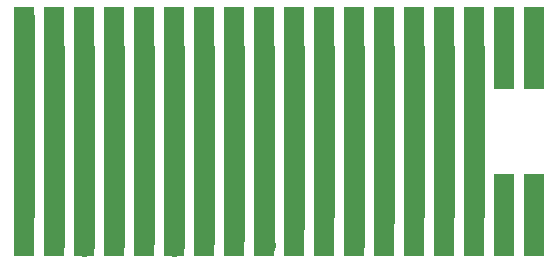
<source format=gbr>
G04 EAGLE Gerber RS-274X export*
G75*
%MOMM*%
%FSLAX34Y34*%
%LPD*%
%INTop Copper*%
%IPPOS*%
%AMOC8*
5,1,8,0,0,1.08239X$1,22.5*%
G01*
%ADD10R,1.778000X6.985000*%
%ADD11C,1.778000*%


D10*
X455930Y176530D03*
X430530Y176530D03*
X405130Y176530D03*
X379730Y176530D03*
X354330Y176530D03*
X328930Y176530D03*
X303530Y176530D03*
X278130Y176530D03*
X252730Y176530D03*
X227330Y176530D03*
X201930Y176530D03*
X176530Y176530D03*
X151130Y176530D03*
X125730Y176530D03*
X100330Y176530D03*
X74930Y176530D03*
X49530Y176530D03*
X24130Y176530D03*
X24130Y35560D03*
X49530Y35560D03*
X74930Y35560D03*
X100330Y35560D03*
X125730Y35560D03*
X151130Y35560D03*
X176530Y35560D03*
X201930Y35560D03*
X227330Y35560D03*
X252730Y35560D03*
X278130Y35560D03*
X303530Y35560D03*
X328930Y35560D03*
X354330Y35560D03*
X379730Y35560D03*
X405130Y35560D03*
X430530Y35560D03*
X455930Y35560D03*
D11*
X24130Y35560D02*
X24130Y203200D01*
X49530Y35560D02*
X49530Y10160D01*
X49530Y35560D02*
X49530Y176530D01*
X74930Y176530D02*
X74930Y35560D01*
X74930Y26670D02*
X74930Y8890D01*
X74930Y26670D02*
X74930Y35560D01*
X100330Y35560D02*
X100330Y176530D01*
X100330Y26670D02*
X100330Y10160D01*
X100330Y26670D02*
X100330Y35560D01*
X125730Y35560D02*
X125730Y176530D01*
X125730Y27940D02*
X125730Y12700D01*
X125730Y27940D02*
X125730Y35560D01*
X151130Y35560D02*
X151130Y176530D01*
X151130Y29210D02*
X151130Y8890D01*
X151130Y29210D02*
X151130Y35560D01*
X176530Y12700D02*
X176530Y176530D01*
X201930Y176530D02*
X201930Y15240D01*
X227330Y41910D02*
X227330Y176530D01*
X227330Y35560D02*
X227330Y11430D01*
X228600Y10160D01*
X227330Y35560D02*
X227330Y41910D01*
X252730Y48260D02*
X252730Y176530D01*
X252730Y35560D02*
X252730Y25400D01*
X252730Y35560D02*
X252730Y48260D01*
X278130Y35560D02*
X278130Y176530D01*
X303530Y176530D02*
X303530Y38100D01*
X303530Y35560D02*
X303530Y10160D01*
X303530Y35560D02*
X303530Y38100D01*
X328930Y49530D02*
X328930Y176530D01*
X328930Y35560D02*
X328930Y30480D01*
X328930Y35560D02*
X328930Y49530D01*
X354330Y35560D02*
X354330Y176530D01*
X379730Y176530D02*
X379730Y35560D01*
X405130Y35560D02*
X405130Y176530D01*
M02*

</source>
